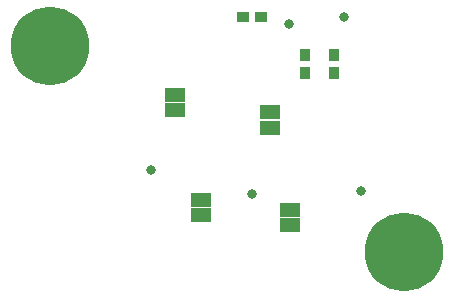
<source format=gbs>
G04*
G04 #@! TF.GenerationSoftware,Altium Limited,Altium Designer,19.0.14 (431)*
G04*
G04 Layer_Color=16711935*
%FSLAX25Y25*%
%MOIN*%
G70*
G01*
G75*
%ADD20C,0.26181*%
%ADD21C,0.03162*%
%ADD36R,0.07099X0.04737*%
%ADD37R,0.03753X0.03950*%
%ADD38R,0.03950X0.03753*%
D20*
X159134Y48679D02*
D03*
X41024Y117183D02*
D03*
D21*
X144685Y68898D02*
D03*
X138976Y126927D02*
D03*
X120787Y124588D02*
D03*
X105295Y126927D02*
D03*
X74803Y75787D02*
D03*
X108268Y67913D02*
D03*
D36*
X121063Y62598D02*
D03*
Y57480D02*
D03*
X114173Y95079D02*
D03*
Y89961D02*
D03*
X82677Y95866D02*
D03*
Y100984D02*
D03*
X91220Y60919D02*
D03*
Y66038D02*
D03*
D37*
X135512Y114173D02*
D03*
Y108268D02*
D03*
X125984D02*
D03*
Y114173D02*
D03*
D38*
X105315Y126969D02*
D03*
X111221D02*
D03*
M02*

</source>
